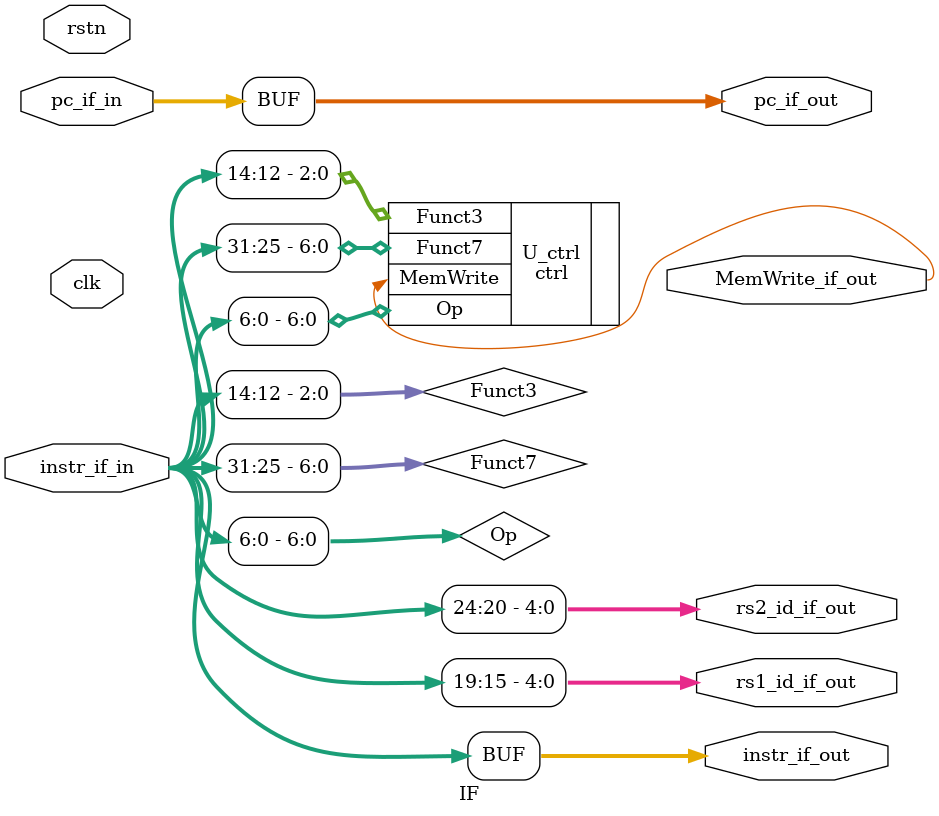
<source format=v>
`timescale 1ns / 1ps


module IF(
    input clk,
    input rstn,
    input [31:0]instr_if_in,
    input [31:0]pc_if_in,
    output [31:0]pc_if_out,
    output [31:0]instr_if_out,
    output [4:0]rs1_id_if_out,
    output [4:0]rs2_id_if_out,
    output MemWrite_if_out
    );
    wire [6:0]  Op;          // opcode
    wire [6:0]  Funct7;       // funct7
    wire [2:0]  Funct3;       // funct3
    assign Op = instr_if_in[6:0];  // instruction
    assign Funct7 = instr_if_in[31:25]; // funct7
    assign Funct3 = instr_if_in[14:12]; // funct3
    ctrl U_ctrl(
      .Op(Op), .Funct7(Funct7), .Funct3(Funct3), 
 .MemWrite(MemWrite_if_out)
      
    );//产生控制信号
// always @(posedge clk or negedge rstn) begin
//  if(!rstn)
//  begin
//     pc_if_out<=32'h0000_0000;
//     instr_if_out<=32'h0000_0000;
//  end   
//  else begin
//     pc_if_out<=pc_if_in;
//     instr_if_out<=instr_if_in;
//  end
// end
assign pc_if_out=pc_if_in;
assign instr_if_out=instr_if_in;

assign rs1_id_if_out = instr_if_in[19:15];  // rs1
assign rs2_id_if_out = instr_if_in[24:20];  // rs2

endmodule    

</source>
